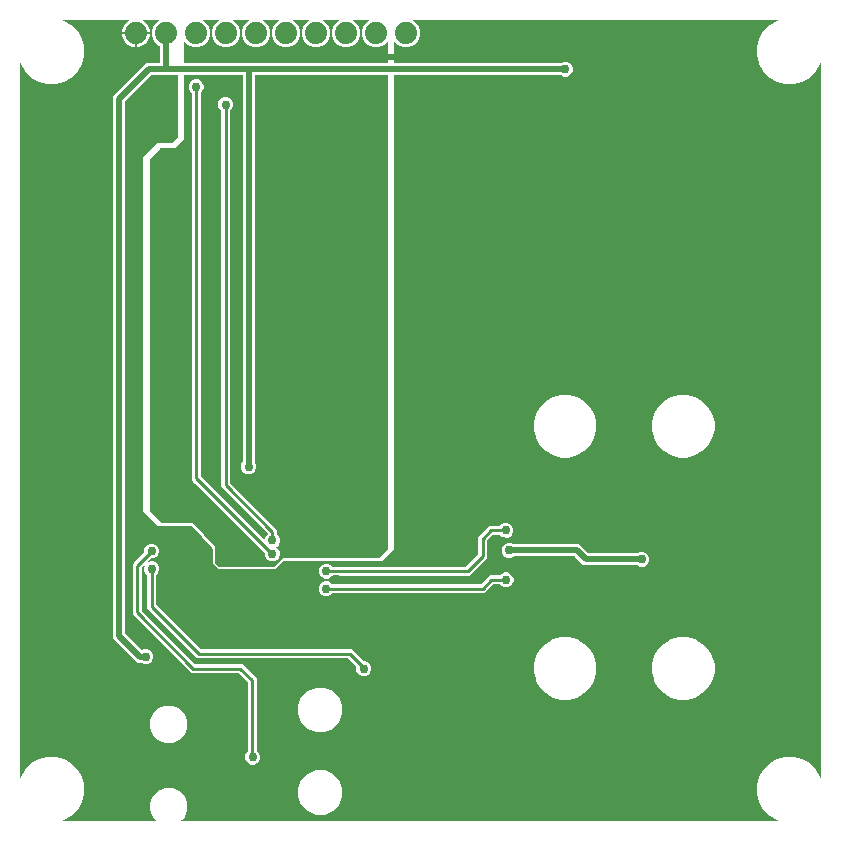
<source format=gbr>
G04 EAGLE Gerber RS-274X export*
G75*
%MOMM*%
%FSLAX34Y34*%
%LPD*%
%INBottom Copper*%
%IPPOS*%
%AMOC8*
5,1,8,0,0,1.08239X$1,22.5*%
G01*
%ADD10C,1.879600*%
%ADD11C,0.756400*%
%ADD12C,0.508000*%
%ADD13C,0.254000*%

G36*
X126037Y10929D02*
X126037Y10929D01*
X126062Y10926D01*
X126120Y10948D01*
X126180Y10962D01*
X126200Y10979D01*
X126224Y10988D01*
X126266Y11033D01*
X126314Y11072D01*
X126325Y11096D01*
X126342Y11115D01*
X126360Y11174D01*
X126385Y11231D01*
X126384Y11256D01*
X126391Y11281D01*
X126381Y11342D01*
X126378Y11404D01*
X126366Y11426D01*
X126362Y11452D01*
X126313Y11523D01*
X126296Y11556D01*
X126287Y11562D01*
X126281Y11572D01*
X123723Y14129D01*
X121339Y19885D01*
X121339Y26115D01*
X123723Y31871D01*
X128129Y36277D01*
X133885Y38661D01*
X140115Y38661D01*
X145871Y36277D01*
X150277Y31871D01*
X152661Y26115D01*
X152661Y19885D01*
X150277Y14129D01*
X147719Y11572D01*
X147706Y11550D01*
X147686Y11534D01*
X147661Y11477D01*
X147628Y11425D01*
X147626Y11399D01*
X147615Y11375D01*
X147617Y11314D01*
X147611Y11252D01*
X147621Y11228D01*
X147622Y11202D01*
X147651Y11148D01*
X147673Y11090D01*
X147692Y11073D01*
X147704Y11050D01*
X147755Y11015D01*
X147800Y10973D01*
X147825Y10965D01*
X147846Y10950D01*
X147931Y10934D01*
X147966Y10923D01*
X147976Y10925D01*
X147988Y10923D01*
X651927Y10923D01*
X651964Y10931D01*
X652001Y10930D01*
X652047Y10951D01*
X652095Y10962D01*
X652125Y10986D01*
X652159Y11002D01*
X652191Y11041D01*
X652229Y11072D01*
X652245Y11107D01*
X652268Y11136D01*
X652280Y11185D01*
X652300Y11231D01*
X652298Y11268D01*
X652307Y11305D01*
X652295Y11354D01*
X652293Y11404D01*
X652275Y11437D01*
X652266Y11474D01*
X652234Y11512D01*
X652211Y11556D01*
X652180Y11578D01*
X652155Y11607D01*
X652100Y11634D01*
X652069Y11656D01*
X652046Y11660D01*
X652025Y11670D01*
X651823Y11724D01*
X645516Y15366D01*
X640366Y20516D01*
X636724Y26823D01*
X635558Y31177D01*
X634839Y33858D01*
X634839Y41142D01*
X636724Y48177D01*
X640366Y54484D01*
X645516Y59634D01*
X651823Y63276D01*
X658858Y65161D01*
X666142Y65161D01*
X673177Y63276D01*
X679484Y59634D01*
X684634Y54484D01*
X688276Y48177D01*
X688330Y47975D01*
X688348Y47942D01*
X688356Y47905D01*
X688388Y47866D01*
X688411Y47822D01*
X688442Y47800D01*
X688466Y47771D01*
X688512Y47751D01*
X688553Y47722D01*
X688590Y47716D01*
X688625Y47700D01*
X688674Y47702D01*
X688724Y47694D01*
X688760Y47705D01*
X688798Y47707D01*
X688842Y47730D01*
X688889Y47745D01*
X688917Y47771D01*
X688950Y47789D01*
X688979Y47830D01*
X689015Y47865D01*
X689028Y47900D01*
X689050Y47931D01*
X689061Y47992D01*
X689074Y48027D01*
X689073Y48050D01*
X689077Y48073D01*
X689077Y651927D01*
X689069Y651964D01*
X689070Y652001D01*
X689049Y652047D01*
X689038Y652095D01*
X689014Y652125D01*
X688998Y652159D01*
X688959Y652191D01*
X688928Y652229D01*
X688893Y652245D01*
X688864Y652268D01*
X688815Y652280D01*
X688769Y652300D01*
X688732Y652298D01*
X688695Y652307D01*
X688646Y652295D01*
X688596Y652293D01*
X688563Y652275D01*
X688526Y652266D01*
X688488Y652234D01*
X688444Y652211D01*
X688422Y652180D01*
X688393Y652155D01*
X688366Y652100D01*
X688344Y652069D01*
X688340Y652046D01*
X688330Y652025D01*
X688276Y651823D01*
X684634Y645516D01*
X679484Y640366D01*
X673177Y636724D01*
X666142Y634839D01*
X658858Y634839D01*
X651823Y636724D01*
X645516Y640366D01*
X640366Y645516D01*
X636724Y651823D01*
X635319Y657068D01*
X634839Y658858D01*
X634839Y666142D01*
X636724Y673177D01*
X640366Y679484D01*
X645516Y684634D01*
X651823Y688276D01*
X652025Y688330D01*
X652058Y688348D01*
X652095Y688356D01*
X652134Y688388D01*
X652178Y688411D01*
X652200Y688442D01*
X652229Y688466D01*
X652249Y688512D01*
X652278Y688553D01*
X652284Y688590D01*
X652300Y688625D01*
X652298Y688674D01*
X652306Y688724D01*
X652295Y688760D01*
X652293Y688798D01*
X652270Y688842D01*
X652255Y688889D01*
X652229Y688917D01*
X652211Y688950D01*
X652170Y688979D01*
X652135Y689015D01*
X652100Y689028D01*
X652069Y689050D01*
X652008Y689061D01*
X651973Y689074D01*
X651950Y689073D01*
X651927Y689077D01*
X343866Y689077D01*
X343854Y689074D01*
X343841Y689076D01*
X343770Y689055D01*
X343697Y689038D01*
X343687Y689030D01*
X343675Y689026D01*
X343621Y688975D01*
X343564Y688928D01*
X343558Y688916D01*
X343549Y688907D01*
X343523Y688837D01*
X343493Y688769D01*
X343493Y688757D01*
X343489Y688744D01*
X343497Y688670D01*
X343499Y688596D01*
X343506Y688585D01*
X343507Y688572D01*
X343547Y688509D01*
X343582Y688444D01*
X343593Y688437D01*
X343600Y688426D01*
X343721Y688346D01*
X344263Y688121D01*
X347621Y684763D01*
X349439Y680375D01*
X349439Y675625D01*
X347621Y671237D01*
X344263Y667879D01*
X339875Y666061D01*
X335125Y666061D01*
X330737Y667879D01*
X328269Y670347D01*
X328247Y670361D01*
X328231Y670381D01*
X328174Y670406D01*
X328122Y670439D01*
X328096Y670441D01*
X328072Y670452D01*
X328011Y670449D01*
X327949Y670455D01*
X327925Y670446D01*
X327899Y670445D01*
X327845Y670415D01*
X327787Y670394D01*
X327770Y670375D01*
X327747Y670362D01*
X327712Y670312D01*
X327670Y670266D01*
X327662Y670242D01*
X327647Y670221D01*
X327631Y670136D01*
X327620Y670100D01*
X327622Y670090D01*
X327620Y670078D01*
X327620Y652961D01*
X327631Y652911D01*
X327633Y652860D01*
X327651Y652828D01*
X327659Y652792D01*
X327692Y652753D01*
X327716Y652708D01*
X327746Y652687D01*
X327769Y652659D01*
X327816Y652638D01*
X327858Y652608D01*
X327900Y652600D01*
X327928Y652588D01*
X327958Y652589D01*
X328000Y652581D01*
X468482Y652581D01*
X468556Y652598D01*
X468630Y652611D01*
X468640Y652618D01*
X468650Y652620D01*
X468679Y652644D01*
X468750Y652692D01*
X468918Y652860D01*
X471242Y653823D01*
X473758Y653823D01*
X476082Y652860D01*
X477860Y651082D01*
X478823Y648758D01*
X478823Y646242D01*
X477860Y643918D01*
X476082Y642140D01*
X473758Y641177D01*
X471242Y641177D01*
X468918Y642140D01*
X468750Y642308D01*
X468686Y642348D01*
X468624Y642392D01*
X468612Y642394D01*
X468603Y642399D01*
X468566Y642403D01*
X468482Y642419D01*
X328000Y642419D01*
X327950Y642408D01*
X327899Y642406D01*
X327867Y642388D01*
X327831Y642380D01*
X327792Y642347D01*
X327747Y642323D01*
X327726Y642293D01*
X327698Y642270D01*
X327677Y642223D01*
X327647Y642181D01*
X327639Y642139D01*
X327627Y642111D01*
X327628Y642081D01*
X327620Y642039D01*
X327620Y241158D01*
X317843Y231380D01*
X234000Y231380D01*
X233926Y231363D01*
X233851Y231350D01*
X233841Y231343D01*
X233831Y231341D01*
X233802Y231317D01*
X233731Y231269D01*
X226843Y224380D01*
X179158Y224380D01*
X173880Y229658D01*
X173880Y241391D01*
X173867Y241448D01*
X173867Y241455D01*
X173865Y241458D01*
X173857Y241522D01*
X173845Y241542D01*
X173841Y241560D01*
X173816Y241590D01*
X173782Y241646D01*
X156545Y260755D01*
X156473Y260804D01*
X156405Y260853D01*
X156403Y260853D01*
X156402Y260854D01*
X156392Y260855D01*
X156262Y260880D01*
X127658Y260880D01*
X115380Y273158D01*
X115380Y572891D01*
X127140Y584620D01*
X139000Y584620D01*
X139074Y584637D01*
X139149Y584650D01*
X139159Y584657D01*
X139169Y584659D01*
X139198Y584683D01*
X139269Y584731D01*
X144269Y589731D01*
X144309Y589796D01*
X144353Y589858D01*
X144355Y589870D01*
X144360Y589878D01*
X144364Y589915D01*
X144380Y590000D01*
X144380Y642039D01*
X144369Y642089D01*
X144367Y642140D01*
X144349Y642172D01*
X144341Y642208D01*
X144308Y642247D01*
X144284Y642292D01*
X144254Y642313D01*
X144231Y642341D01*
X144184Y642362D01*
X144142Y642392D01*
X144100Y642400D01*
X144072Y642412D01*
X144042Y642411D01*
X144000Y642419D01*
X122262Y642419D01*
X122188Y642402D01*
X122113Y642389D01*
X122103Y642382D01*
X122093Y642380D01*
X122064Y642356D01*
X121993Y642308D01*
X100192Y620507D01*
X100152Y620442D01*
X100108Y620380D01*
X100106Y620368D01*
X100101Y620360D01*
X100097Y620323D01*
X100081Y620238D01*
X100081Y169762D01*
X100098Y169688D01*
X100111Y169613D01*
X100118Y169603D01*
X100120Y169593D01*
X100144Y169564D01*
X100192Y169493D01*
X114026Y155659D01*
X114080Y155625D01*
X114130Y155585D01*
X114153Y155580D01*
X114174Y155568D01*
X114237Y155561D01*
X114299Y155548D01*
X114325Y155553D01*
X114346Y155551D01*
X114381Y155564D01*
X114441Y155576D01*
X116242Y156323D01*
X118758Y156323D01*
X121082Y155360D01*
X122860Y153582D01*
X123823Y151258D01*
X123823Y148742D01*
X122860Y146418D01*
X121082Y144640D01*
X118758Y143677D01*
X116242Y143677D01*
X113918Y144640D01*
X113750Y144808D01*
X113686Y144848D01*
X113624Y144892D01*
X113612Y144894D01*
X113603Y144899D01*
X113566Y144903D01*
X113482Y144919D01*
X110395Y144919D01*
X89919Y165395D01*
X89919Y624605D01*
X117895Y652581D01*
X128839Y652581D01*
X128889Y652592D01*
X128940Y652594D01*
X128972Y652612D01*
X129008Y652620D01*
X129047Y652653D01*
X129092Y652677D01*
X129113Y652707D01*
X129141Y652730D01*
X129162Y652777D01*
X129192Y652819D01*
X129200Y652861D01*
X129212Y652889D01*
X129211Y652919D01*
X129219Y652961D01*
X129219Y666928D01*
X129205Y666990D01*
X129198Y667053D01*
X129185Y667073D01*
X129180Y667097D01*
X129139Y667146D01*
X129105Y667199D01*
X129083Y667214D01*
X129070Y667230D01*
X129035Y667246D01*
X128985Y667279D01*
X127537Y667879D01*
X124179Y671237D01*
X122361Y675625D01*
X122361Y680375D01*
X124179Y684763D01*
X127537Y688121D01*
X128079Y688346D01*
X128090Y688353D01*
X128103Y688356D01*
X128160Y688404D01*
X128220Y688447D01*
X128226Y688458D01*
X128236Y688466D01*
X128267Y688534D01*
X128301Y688600D01*
X128302Y688613D01*
X128307Y688625D01*
X128304Y688699D01*
X128306Y688773D01*
X128301Y688785D01*
X128301Y688798D01*
X128265Y688863D01*
X128234Y688930D01*
X128224Y688939D01*
X128218Y688950D01*
X128157Y688993D01*
X128099Y689039D01*
X128087Y689042D01*
X128076Y689050D01*
X127934Y689077D01*
X115041Y689077D01*
X114958Y689058D01*
X114876Y689040D01*
X114874Y689038D01*
X114872Y689038D01*
X114806Y688983D01*
X114741Y688931D01*
X114740Y688929D01*
X114738Y688928D01*
X114704Y688850D01*
X114668Y688774D01*
X114668Y688771D01*
X114667Y688769D01*
X114671Y688685D01*
X114673Y688601D01*
X114674Y688599D01*
X114674Y688596D01*
X114714Y688522D01*
X114754Y688447D01*
X114756Y688446D01*
X114757Y688444D01*
X114770Y688435D01*
X114868Y688358D01*
X115157Y688211D01*
X116678Y687106D01*
X118006Y685778D01*
X119111Y684257D01*
X119964Y682583D01*
X120545Y680796D01*
X120839Y678940D01*
X120839Y678761D01*
X109281Y678761D01*
X109231Y678750D01*
X109180Y678748D01*
X109148Y678730D01*
X109112Y678722D01*
X109073Y678689D01*
X109028Y678665D01*
X109007Y678635D01*
X108979Y678612D01*
X108958Y678565D01*
X108929Y678523D01*
X108920Y678481D01*
X108908Y678453D01*
X108909Y678423D01*
X108901Y678381D01*
X108901Y677999D01*
X108899Y677999D01*
X108899Y678381D01*
X108887Y678431D01*
X108886Y678482D01*
X108868Y678514D01*
X108860Y678550D01*
X108827Y678589D01*
X108803Y678634D01*
X108773Y678655D01*
X108749Y678683D01*
X108703Y678704D01*
X108661Y678734D01*
X108619Y678742D01*
X108591Y678754D01*
X108561Y678753D01*
X108519Y678761D01*
X96961Y678761D01*
X96961Y678940D01*
X97255Y680796D01*
X97836Y682583D01*
X98689Y684257D01*
X99794Y685778D01*
X101122Y687106D01*
X102643Y688211D01*
X102932Y688358D01*
X102995Y688411D01*
X103062Y688466D01*
X103063Y688469D01*
X103064Y688470D01*
X103098Y688547D01*
X103133Y688625D01*
X103132Y688627D01*
X103133Y688629D01*
X103129Y688712D01*
X103126Y688798D01*
X103125Y688800D01*
X103125Y688802D01*
X103083Y688876D01*
X103043Y688950D01*
X103041Y688951D01*
X103040Y688953D01*
X102969Y689002D01*
X102902Y689050D01*
X102899Y689050D01*
X102897Y689051D01*
X102881Y689054D01*
X102759Y689077D01*
X48073Y689077D01*
X48036Y689069D01*
X47999Y689070D01*
X47953Y689049D01*
X47905Y689038D01*
X47875Y689014D01*
X47841Y688998D01*
X47809Y688959D01*
X47771Y688928D01*
X47755Y688893D01*
X47732Y688864D01*
X47720Y688815D01*
X47700Y688769D01*
X47702Y688732D01*
X47693Y688695D01*
X47705Y688646D01*
X47707Y688596D01*
X47725Y688563D01*
X47734Y688526D01*
X47766Y688488D01*
X47789Y688444D01*
X47820Y688422D01*
X47845Y688393D01*
X47900Y688366D01*
X47931Y688344D01*
X47954Y688340D01*
X47975Y688330D01*
X48177Y688276D01*
X54484Y684634D01*
X59634Y679484D01*
X63276Y673177D01*
X64182Y669795D01*
X64691Y667894D01*
X65161Y666142D01*
X65161Y658858D01*
X63276Y651823D01*
X59634Y645516D01*
X54484Y640366D01*
X48177Y636724D01*
X41142Y634839D01*
X33858Y634839D01*
X26823Y636724D01*
X20516Y640366D01*
X15366Y645516D01*
X11724Y651823D01*
X11670Y652025D01*
X11652Y652058D01*
X11644Y652095D01*
X11612Y652134D01*
X11589Y652178D01*
X11558Y652200D01*
X11534Y652229D01*
X11488Y652249D01*
X11447Y652278D01*
X11410Y652284D01*
X11375Y652300D01*
X11326Y652298D01*
X11276Y652306D01*
X11240Y652295D01*
X11202Y652293D01*
X11158Y652270D01*
X11111Y652255D01*
X11083Y652229D01*
X11050Y652211D01*
X11021Y652170D01*
X10985Y652135D01*
X10972Y652100D01*
X10950Y652069D01*
X10939Y652008D01*
X10926Y651973D01*
X10927Y651950D01*
X10923Y651927D01*
X10923Y48073D01*
X10931Y48036D01*
X10930Y47999D01*
X10951Y47953D01*
X10962Y47905D01*
X10986Y47875D01*
X11002Y47841D01*
X11041Y47809D01*
X11072Y47771D01*
X11107Y47755D01*
X11136Y47732D01*
X11185Y47720D01*
X11231Y47700D01*
X11268Y47702D01*
X11305Y47693D01*
X11354Y47705D01*
X11404Y47707D01*
X11437Y47725D01*
X11474Y47734D01*
X11512Y47766D01*
X11556Y47789D01*
X11578Y47820D01*
X11607Y47845D01*
X11634Y47900D01*
X11656Y47931D01*
X11660Y47954D01*
X11670Y47975D01*
X11724Y48177D01*
X15366Y54484D01*
X20516Y59634D01*
X26823Y63276D01*
X33858Y65161D01*
X41142Y65161D01*
X48177Y63276D01*
X54484Y59634D01*
X59634Y54484D01*
X63276Y48177D01*
X64930Y42003D01*
X64930Y42002D01*
X65161Y41142D01*
X65161Y33858D01*
X63276Y26823D01*
X59634Y20516D01*
X54484Y15366D01*
X48177Y11724D01*
X47975Y11670D01*
X47942Y11652D01*
X47905Y11644D01*
X47866Y11612D01*
X47822Y11589D01*
X47800Y11558D01*
X47771Y11534D01*
X47751Y11488D01*
X47722Y11447D01*
X47716Y11410D01*
X47700Y11375D01*
X47702Y11326D01*
X47694Y11276D01*
X47705Y11240D01*
X47707Y11202D01*
X47730Y11158D01*
X47745Y11111D01*
X47771Y11083D01*
X47789Y11050D01*
X47830Y11021D01*
X47865Y10985D01*
X47900Y10972D01*
X47931Y10950D01*
X47992Y10939D01*
X48027Y10926D01*
X48050Y10927D01*
X48073Y10923D01*
X126012Y10923D01*
X126037Y10929D01*
G37*
G36*
X226074Y225637D02*
X226074Y225637D01*
X226149Y225650D01*
X226159Y225657D01*
X226169Y225659D01*
X226198Y225683D01*
X226269Y225731D01*
X234158Y233620D01*
X315000Y233620D01*
X315081Y233639D01*
X315163Y233656D01*
X315166Y233659D01*
X315169Y233659D01*
X315186Y233673D01*
X315279Y233742D01*
X322279Y241325D01*
X322296Y241354D01*
X322302Y241360D01*
X322315Y241387D01*
X322353Y241441D01*
X322357Y241462D01*
X322365Y241476D01*
X322366Y241502D01*
X322373Y241518D01*
X322372Y241543D01*
X322380Y241583D01*
X322380Y642039D01*
X322369Y642089D01*
X322367Y642140D01*
X322349Y642172D01*
X322341Y642208D01*
X322308Y642247D01*
X322284Y642292D01*
X322254Y642313D01*
X322231Y642341D01*
X322184Y642362D01*
X322142Y642392D01*
X322100Y642400D01*
X322072Y642412D01*
X322042Y642411D01*
X322000Y642419D01*
X209961Y642419D01*
X209911Y642408D01*
X209860Y642406D01*
X209828Y642388D01*
X209792Y642380D01*
X209753Y642347D01*
X209708Y642323D01*
X209687Y642293D01*
X209659Y642270D01*
X209638Y642223D01*
X209608Y642181D01*
X209600Y642139D01*
X209588Y642111D01*
X209589Y642081D01*
X209581Y642039D01*
X209581Y315018D01*
X209598Y314944D01*
X209611Y314870D01*
X209618Y314860D01*
X209620Y314850D01*
X209644Y314821D01*
X209692Y314750D01*
X209860Y314582D01*
X210823Y312258D01*
X210823Y309742D01*
X209860Y307418D01*
X208082Y305640D01*
X205758Y304677D01*
X203242Y304677D01*
X200918Y305640D01*
X199140Y307418D01*
X198177Y309742D01*
X198177Y312258D01*
X199140Y314582D01*
X199308Y314750D01*
X199348Y314814D01*
X199392Y314876D01*
X199394Y314888D01*
X199399Y314897D01*
X199403Y314934D01*
X199419Y315018D01*
X199419Y642039D01*
X199408Y642089D01*
X199406Y642140D01*
X199388Y642172D01*
X199380Y642208D01*
X199347Y642247D01*
X199323Y642292D01*
X199293Y642313D01*
X199270Y642341D01*
X199223Y642362D01*
X199181Y642392D01*
X199139Y642400D01*
X199111Y642412D01*
X199081Y642411D01*
X199039Y642419D01*
X150000Y642419D01*
X149950Y642408D01*
X149899Y642406D01*
X149867Y642388D01*
X149831Y642380D01*
X149792Y642347D01*
X149747Y642323D01*
X149726Y642293D01*
X149698Y642270D01*
X149677Y642223D01*
X149647Y642181D01*
X149639Y642139D01*
X149627Y642111D01*
X149628Y642081D01*
X149620Y642039D01*
X149620Y588158D01*
X141843Y580380D01*
X130000Y580380D01*
X129917Y580361D01*
X129833Y580342D01*
X129832Y580341D01*
X129831Y580341D01*
X129825Y580335D01*
X129717Y580254D01*
X120717Y570254D01*
X120685Y570196D01*
X120647Y570142D01*
X120643Y570119D01*
X120634Y570103D01*
X120632Y570064D01*
X120620Y570000D01*
X120620Y273500D01*
X120633Y273444D01*
X120633Y273431D01*
X120638Y273423D01*
X120650Y273351D01*
X120657Y273341D01*
X120659Y273331D01*
X120683Y273302D01*
X120731Y273231D01*
X130731Y263231D01*
X130796Y263191D01*
X130858Y263147D01*
X130870Y263145D01*
X130878Y263140D01*
X130915Y263136D01*
X131000Y263120D01*
X157086Y263120D01*
X176120Y242814D01*
X176120Y229500D01*
X176137Y229426D01*
X176150Y229351D01*
X176157Y229341D01*
X176159Y229331D01*
X176183Y229302D01*
X176231Y229231D01*
X179731Y225731D01*
X179796Y225691D01*
X179858Y225647D01*
X179870Y225645D01*
X179878Y225640D01*
X179915Y225636D01*
X180000Y225620D01*
X226000Y225620D01*
X226074Y225637D01*
G37*
%LPC*%
G36*
X223242Y230677D02*
X223242Y230677D01*
X220918Y231640D01*
X219140Y233418D01*
X218177Y235742D01*
X218177Y237747D01*
X218160Y237822D01*
X218146Y237897D01*
X218140Y237907D01*
X218138Y237916D01*
X218115Y237944D01*
X218065Y238017D01*
X158541Y297079D01*
X158517Y297094D01*
X157310Y298301D01*
X157309Y298302D01*
X156189Y299413D01*
X156189Y300992D01*
X156189Y300993D01*
X156183Y302692D01*
X156189Y302726D01*
X156189Y627212D01*
X156172Y627286D01*
X156159Y627360D01*
X156152Y627370D01*
X156150Y627380D01*
X156126Y627409D01*
X156078Y627480D01*
X154640Y628918D01*
X153677Y631242D01*
X153677Y633758D01*
X154640Y636082D01*
X156418Y637860D01*
X158742Y638823D01*
X161258Y638823D01*
X163582Y637860D01*
X165360Y636082D01*
X166323Y633758D01*
X166323Y631242D01*
X165360Y628918D01*
X163922Y627480D01*
X163882Y627416D01*
X163838Y627354D01*
X163836Y627342D01*
X163831Y627333D01*
X163827Y627296D01*
X163811Y627212D01*
X163811Y302746D01*
X163828Y302671D01*
X163842Y302595D01*
X163848Y302586D01*
X163850Y302577D01*
X163873Y302549D01*
X163923Y302476D01*
X217529Y249285D01*
X217551Y249272D01*
X217566Y249253D01*
X217624Y249227D01*
X217677Y249194D01*
X217702Y249192D01*
X217725Y249182D01*
X217787Y249184D01*
X217849Y249178D01*
X217873Y249187D01*
X217898Y249188D01*
X217953Y249218D01*
X218011Y249241D01*
X218028Y249259D01*
X218050Y249271D01*
X218086Y249322D01*
X218128Y249368D01*
X218135Y249392D01*
X218150Y249413D01*
X218165Y249491D01*
X218170Y249503D01*
X218170Y249511D01*
X218177Y249535D01*
X218175Y249544D01*
X218177Y249555D01*
X218177Y249758D01*
X219140Y252082D01*
X220578Y253520D01*
X220618Y253584D01*
X220662Y253646D01*
X220664Y253658D01*
X220669Y253667D01*
X220673Y253704D01*
X220689Y253788D01*
X220689Y254264D01*
X220672Y254338D01*
X220659Y254413D01*
X220652Y254423D01*
X220650Y254433D01*
X220626Y254462D01*
X220578Y254533D01*
X181189Y293922D01*
X181189Y612212D01*
X181172Y612286D01*
X181159Y612360D01*
X181152Y612370D01*
X181150Y612380D01*
X181126Y612409D01*
X181078Y612480D01*
X179640Y613918D01*
X178677Y616242D01*
X178677Y618758D01*
X179640Y621082D01*
X181418Y622860D01*
X183742Y623823D01*
X186258Y623823D01*
X188582Y622860D01*
X190360Y621082D01*
X191323Y618758D01*
X191323Y616242D01*
X190360Y613918D01*
X188922Y612480D01*
X188882Y612416D01*
X188838Y612354D01*
X188836Y612342D01*
X188831Y612333D01*
X188827Y612296D01*
X188811Y612212D01*
X188811Y297236D01*
X188828Y297162D01*
X188841Y297087D01*
X188848Y297077D01*
X188850Y297067D01*
X188874Y297038D01*
X188922Y296967D01*
X228311Y257578D01*
X228311Y253788D01*
X228328Y253714D01*
X228341Y253640D01*
X228348Y253630D01*
X228350Y253620D01*
X228374Y253591D01*
X228422Y253520D01*
X229860Y252082D01*
X230823Y249758D01*
X230823Y247242D01*
X229860Y244918D01*
X228082Y243140D01*
X227989Y243101D01*
X227968Y243086D01*
X227943Y243079D01*
X227898Y243036D01*
X227848Y243000D01*
X227836Y242978D01*
X227817Y242960D01*
X227795Y242902D01*
X227766Y242847D01*
X227766Y242822D01*
X227757Y242797D01*
X227763Y242736D01*
X227761Y242674D01*
X227772Y242651D01*
X227775Y242625D01*
X227808Y242573D01*
X227834Y242517D01*
X227854Y242501D01*
X227868Y242479D01*
X227940Y242431D01*
X227968Y242408D01*
X227978Y242406D01*
X227988Y242399D01*
X228082Y242360D01*
X229860Y240582D01*
X230823Y238258D01*
X230823Y235742D01*
X229860Y233418D01*
X228082Y231640D01*
X225758Y230677D01*
X223242Y230677D01*
G37*
%LPD*%
%LPC*%
G36*
X206742Y58677D02*
X206742Y58677D01*
X204418Y59640D01*
X202640Y61418D01*
X201677Y63742D01*
X201677Y66258D01*
X202640Y68582D01*
X203578Y69520D01*
X203618Y69584D01*
X203662Y69646D01*
X203664Y69658D01*
X203669Y69667D01*
X203673Y69704D01*
X203689Y69788D01*
X203689Y128264D01*
X203672Y128338D01*
X203659Y128413D01*
X203652Y128423D01*
X203650Y128433D01*
X203626Y128462D01*
X203578Y128533D01*
X196033Y136078D01*
X195968Y136118D01*
X195906Y136162D01*
X195894Y136164D01*
X195886Y136169D01*
X195849Y136173D01*
X195764Y136189D01*
X155922Y136189D01*
X106189Y185922D01*
X106189Y226459D01*
X106188Y226463D01*
X106189Y226467D01*
X106158Y228041D01*
X106162Y228046D01*
X106163Y228052D01*
X107277Y229166D01*
X107279Y229169D01*
X107282Y229171D01*
X116071Y238312D01*
X116108Y238374D01*
X116150Y238433D01*
X116153Y238450D01*
X116160Y238461D01*
X116163Y238500D01*
X116177Y238576D01*
X116177Y240758D01*
X117140Y243082D01*
X118918Y244860D01*
X121242Y245823D01*
X123758Y245823D01*
X126082Y244860D01*
X127860Y243082D01*
X128823Y240758D01*
X128823Y238242D01*
X127860Y235918D01*
X126082Y234140D01*
X123758Y233177D01*
X121869Y233177D01*
X121791Y233159D01*
X121713Y233144D01*
X121707Y233139D01*
X121700Y233138D01*
X121675Y233117D01*
X121595Y233061D01*
X119512Y230895D01*
X119508Y230887D01*
X119500Y230882D01*
X119464Y230813D01*
X119424Y230746D01*
X119423Y230737D01*
X119419Y230729D01*
X119417Y230651D01*
X119411Y230573D01*
X119414Y230564D01*
X119414Y230555D01*
X119446Y230485D01*
X119475Y230412D01*
X119482Y230406D01*
X119486Y230398D01*
X119547Y230349D01*
X119605Y230297D01*
X119614Y230295D01*
X119621Y230289D01*
X119697Y230272D01*
X119772Y230251D01*
X119781Y230253D01*
X119790Y230251D01*
X119932Y230280D01*
X121242Y230823D01*
X123758Y230823D01*
X126082Y229860D01*
X127860Y228082D01*
X128823Y225758D01*
X128823Y223242D01*
X127860Y220918D01*
X126422Y219480D01*
X126382Y219416D01*
X126338Y219354D01*
X126336Y219342D01*
X126331Y219333D01*
X126327Y219296D01*
X126311Y219212D01*
X126311Y194236D01*
X126328Y194162D01*
X126341Y194087D01*
X126348Y194077D01*
X126350Y194067D01*
X126374Y194038D01*
X126422Y193967D01*
X163967Y156422D01*
X164032Y156382D01*
X164094Y156338D01*
X164106Y156336D01*
X164114Y156331D01*
X164151Y156327D01*
X164236Y156311D01*
X291578Y156311D01*
X301455Y146434D01*
X301520Y146394D01*
X301582Y146350D01*
X301594Y146348D01*
X301602Y146343D01*
X301639Y146339D01*
X301724Y146323D01*
X303258Y146323D01*
X305582Y145360D01*
X307360Y143582D01*
X308323Y141258D01*
X308323Y138742D01*
X307360Y136418D01*
X305582Y134640D01*
X303258Y133677D01*
X300742Y133677D01*
X298418Y134640D01*
X296640Y136418D01*
X295677Y138742D01*
X295677Y141276D01*
X295660Y141350D01*
X295647Y141425D01*
X295640Y141435D01*
X295638Y141445D01*
X295614Y141474D01*
X295566Y141545D01*
X288533Y148578D01*
X288468Y148618D01*
X288406Y148662D01*
X288394Y148664D01*
X288386Y148669D01*
X288349Y148673D01*
X288264Y148689D01*
X160922Y148689D01*
X118689Y190922D01*
X118689Y219212D01*
X118672Y219286D01*
X118659Y219360D01*
X118652Y219370D01*
X118650Y219380D01*
X118626Y219409D01*
X118578Y219480D01*
X117140Y220918D01*
X116177Y223242D01*
X116177Y225758D01*
X116621Y226828D01*
X116623Y226844D01*
X116632Y226859D01*
X116637Y226929D01*
X116649Y226999D01*
X116644Y227015D01*
X116645Y227032D01*
X116619Y227097D01*
X116598Y227165D01*
X116587Y227177D01*
X116580Y227192D01*
X116527Y227239D01*
X116479Y227291D01*
X116463Y227296D01*
X116451Y227308D01*
X116383Y227326D01*
X116317Y227351D01*
X116300Y227349D01*
X116284Y227353D01*
X116214Y227340D01*
X116144Y227333D01*
X116130Y227324D01*
X116114Y227320D01*
X116010Y227248D01*
X115998Y227240D01*
X115997Y227238D01*
X115995Y227237D01*
X113917Y225076D01*
X113880Y225013D01*
X113838Y224954D01*
X113835Y224938D01*
X113828Y224927D01*
X113825Y224888D01*
X113811Y224812D01*
X113811Y189236D01*
X113823Y189182D01*
X113824Y189159D01*
X113830Y189148D01*
X113841Y189087D01*
X113848Y189077D01*
X113850Y189067D01*
X113874Y189038D01*
X113922Y188967D01*
X158967Y143922D01*
X159032Y143882D01*
X159094Y143838D01*
X159106Y143836D01*
X159114Y143831D01*
X159151Y143827D01*
X159236Y143811D01*
X199078Y143811D01*
X211311Y131578D01*
X211311Y70726D01*
X211325Y70665D01*
X211332Y70601D01*
X211345Y70581D01*
X211350Y70558D01*
X211391Y70509D01*
X211425Y70455D01*
X211447Y70440D01*
X211460Y70424D01*
X211495Y70409D01*
X211546Y70375D01*
X211582Y70360D01*
X213360Y68582D01*
X214323Y66258D01*
X214323Y63742D01*
X213360Y61418D01*
X211582Y59640D01*
X209258Y58677D01*
X206742Y58677D01*
G37*
%LPD*%
G36*
X322050Y652592D02*
X322050Y652592D01*
X322101Y652594D01*
X322133Y652612D01*
X322169Y652620D01*
X322208Y652653D01*
X322253Y652677D01*
X322274Y652707D01*
X322302Y652730D01*
X322323Y652777D01*
X322353Y652819D01*
X322361Y652861D01*
X322373Y652889D01*
X322372Y652919D01*
X322380Y652961D01*
X322380Y670478D01*
X322374Y670503D01*
X322377Y670529D01*
X322355Y670587D01*
X322341Y670647D01*
X322324Y670667D01*
X322315Y670691D01*
X322270Y670733D01*
X322231Y670781D01*
X322207Y670791D01*
X322188Y670809D01*
X322129Y670826D01*
X322072Y670852D01*
X322047Y670851D01*
X322022Y670858D01*
X321961Y670847D01*
X321899Y670845D01*
X321877Y670833D01*
X321851Y670828D01*
X321780Y670780D01*
X321747Y670762D01*
X321741Y670754D01*
X321731Y670747D01*
X318863Y667879D01*
X314475Y666061D01*
X309725Y666061D01*
X305337Y667879D01*
X301979Y671237D01*
X300161Y675625D01*
X300161Y680375D01*
X301979Y684763D01*
X305337Y688121D01*
X305879Y688346D01*
X305890Y688353D01*
X305903Y688356D01*
X305960Y688404D01*
X306020Y688447D01*
X306026Y688458D01*
X306036Y688466D01*
X306067Y688534D01*
X306101Y688600D01*
X306102Y688613D01*
X306107Y688625D01*
X306104Y688699D01*
X306106Y688773D01*
X306101Y688785D01*
X306101Y688798D01*
X306065Y688863D01*
X306034Y688930D01*
X306024Y688939D01*
X306018Y688950D01*
X305957Y688993D01*
X305899Y689039D01*
X305887Y689042D01*
X305876Y689050D01*
X305734Y689077D01*
X293066Y689077D01*
X293054Y689074D01*
X293041Y689076D01*
X292970Y689055D01*
X292897Y689038D01*
X292887Y689030D01*
X292875Y689026D01*
X292821Y688975D01*
X292764Y688928D01*
X292758Y688916D01*
X292749Y688907D01*
X292723Y688837D01*
X292693Y688769D01*
X292693Y688757D01*
X292689Y688744D01*
X292697Y688670D01*
X292699Y688596D01*
X292706Y688585D01*
X292707Y688572D01*
X292747Y688509D01*
X292782Y688444D01*
X292793Y688437D01*
X292800Y688426D01*
X292921Y688346D01*
X293463Y688121D01*
X296821Y684763D01*
X298639Y680375D01*
X298639Y675625D01*
X296821Y671237D01*
X293463Y667879D01*
X289075Y666061D01*
X284325Y666061D01*
X279937Y667879D01*
X276579Y671237D01*
X274761Y675625D01*
X274761Y680375D01*
X276579Y684763D01*
X279937Y688121D01*
X280479Y688346D01*
X280490Y688353D01*
X280503Y688356D01*
X280560Y688404D01*
X280620Y688447D01*
X280626Y688458D01*
X280636Y688466D01*
X280667Y688534D01*
X280701Y688600D01*
X280702Y688613D01*
X280707Y688625D01*
X280704Y688699D01*
X280706Y688773D01*
X280701Y688785D01*
X280701Y688798D01*
X280665Y688863D01*
X280634Y688930D01*
X280624Y688939D01*
X280618Y688950D01*
X280557Y688993D01*
X280499Y689039D01*
X280487Y689042D01*
X280476Y689050D01*
X280334Y689077D01*
X267666Y689077D01*
X267654Y689074D01*
X267641Y689076D01*
X267570Y689055D01*
X267497Y689038D01*
X267487Y689030D01*
X267475Y689026D01*
X267421Y688975D01*
X267364Y688928D01*
X267358Y688916D01*
X267349Y688907D01*
X267323Y688837D01*
X267293Y688769D01*
X267293Y688757D01*
X267289Y688744D01*
X267297Y688670D01*
X267299Y688596D01*
X267306Y688585D01*
X267307Y688572D01*
X267347Y688509D01*
X267382Y688444D01*
X267393Y688437D01*
X267400Y688426D01*
X267521Y688346D01*
X268063Y688121D01*
X271421Y684763D01*
X273239Y680375D01*
X273239Y675625D01*
X271421Y671237D01*
X268063Y667879D01*
X263675Y666061D01*
X258925Y666061D01*
X254537Y667879D01*
X251179Y671237D01*
X249361Y675625D01*
X249361Y680375D01*
X251179Y684763D01*
X254537Y688121D01*
X255079Y688346D01*
X255090Y688353D01*
X255103Y688356D01*
X255160Y688404D01*
X255220Y688447D01*
X255226Y688458D01*
X255236Y688466D01*
X255267Y688534D01*
X255301Y688600D01*
X255302Y688613D01*
X255307Y688625D01*
X255304Y688699D01*
X255306Y688773D01*
X255301Y688785D01*
X255301Y688798D01*
X255265Y688863D01*
X255234Y688930D01*
X255224Y688939D01*
X255218Y688950D01*
X255157Y688993D01*
X255099Y689039D01*
X255087Y689042D01*
X255076Y689050D01*
X254934Y689077D01*
X242266Y689077D01*
X242254Y689074D01*
X242241Y689076D01*
X242170Y689055D01*
X242097Y689038D01*
X242087Y689030D01*
X242075Y689026D01*
X242021Y688975D01*
X241964Y688928D01*
X241958Y688916D01*
X241949Y688907D01*
X241923Y688837D01*
X241893Y688769D01*
X241893Y688757D01*
X241889Y688744D01*
X241897Y688670D01*
X241899Y688596D01*
X241906Y688585D01*
X241907Y688572D01*
X241947Y688509D01*
X241982Y688444D01*
X241993Y688437D01*
X242000Y688426D01*
X242121Y688346D01*
X242663Y688121D01*
X246021Y684763D01*
X247839Y680375D01*
X247839Y675625D01*
X246021Y671237D01*
X242663Y667879D01*
X238275Y666061D01*
X233525Y666061D01*
X229137Y667879D01*
X225779Y671237D01*
X223961Y675625D01*
X223961Y680375D01*
X225779Y684763D01*
X229137Y688121D01*
X229679Y688346D01*
X229690Y688353D01*
X229703Y688356D01*
X229760Y688404D01*
X229820Y688447D01*
X229826Y688458D01*
X229836Y688466D01*
X229867Y688534D01*
X229901Y688600D01*
X229902Y688613D01*
X229907Y688625D01*
X229904Y688699D01*
X229906Y688773D01*
X229901Y688785D01*
X229901Y688798D01*
X229865Y688863D01*
X229834Y688930D01*
X229824Y688939D01*
X229818Y688950D01*
X229757Y688993D01*
X229699Y689039D01*
X229687Y689042D01*
X229676Y689050D01*
X229534Y689077D01*
X216866Y689077D01*
X216854Y689074D01*
X216841Y689076D01*
X216770Y689055D01*
X216697Y689038D01*
X216687Y689030D01*
X216675Y689026D01*
X216621Y688975D01*
X216564Y688928D01*
X216558Y688916D01*
X216549Y688907D01*
X216523Y688837D01*
X216493Y688769D01*
X216493Y688757D01*
X216489Y688744D01*
X216497Y688670D01*
X216499Y688596D01*
X216506Y688585D01*
X216507Y688572D01*
X216547Y688509D01*
X216582Y688444D01*
X216593Y688437D01*
X216600Y688426D01*
X216721Y688346D01*
X217263Y688121D01*
X220621Y684763D01*
X222439Y680375D01*
X222439Y675625D01*
X220621Y671237D01*
X217263Y667879D01*
X212875Y666061D01*
X208125Y666061D01*
X203737Y667879D01*
X200379Y671237D01*
X198561Y675625D01*
X198561Y680375D01*
X200379Y684763D01*
X203737Y688121D01*
X204279Y688346D01*
X204290Y688353D01*
X204303Y688356D01*
X204360Y688404D01*
X204420Y688447D01*
X204426Y688458D01*
X204436Y688466D01*
X204467Y688534D01*
X204501Y688600D01*
X204502Y688613D01*
X204507Y688625D01*
X204504Y688699D01*
X204506Y688773D01*
X204501Y688785D01*
X204501Y688798D01*
X204465Y688863D01*
X204434Y688930D01*
X204424Y688939D01*
X204418Y688950D01*
X204357Y688993D01*
X204299Y689039D01*
X204287Y689042D01*
X204276Y689050D01*
X204134Y689077D01*
X191466Y689077D01*
X191454Y689074D01*
X191441Y689076D01*
X191370Y689055D01*
X191297Y689038D01*
X191287Y689030D01*
X191275Y689026D01*
X191221Y688975D01*
X191164Y688928D01*
X191158Y688916D01*
X191149Y688907D01*
X191123Y688837D01*
X191093Y688769D01*
X191093Y688757D01*
X191089Y688744D01*
X191097Y688670D01*
X191099Y688596D01*
X191106Y688585D01*
X191107Y688572D01*
X191147Y688509D01*
X191182Y688444D01*
X191193Y688437D01*
X191200Y688426D01*
X191321Y688346D01*
X191863Y688121D01*
X195221Y684763D01*
X197039Y680375D01*
X197039Y675625D01*
X195221Y671237D01*
X191863Y667879D01*
X187475Y666061D01*
X182725Y666061D01*
X178337Y667879D01*
X174979Y671237D01*
X173161Y675625D01*
X173161Y680375D01*
X174979Y684763D01*
X178337Y688121D01*
X178879Y688346D01*
X178890Y688353D01*
X178903Y688356D01*
X178960Y688404D01*
X179020Y688447D01*
X179026Y688458D01*
X179036Y688466D01*
X179067Y688534D01*
X179101Y688600D01*
X179102Y688613D01*
X179107Y688625D01*
X179104Y688699D01*
X179106Y688773D01*
X179101Y688785D01*
X179101Y688798D01*
X179065Y688863D01*
X179034Y688930D01*
X179024Y688939D01*
X179018Y688950D01*
X178957Y688993D01*
X178899Y689039D01*
X178887Y689042D01*
X178876Y689050D01*
X178734Y689077D01*
X166066Y689077D01*
X166054Y689074D01*
X166041Y689076D01*
X165970Y689055D01*
X165897Y689038D01*
X165887Y689030D01*
X165875Y689026D01*
X165821Y688975D01*
X165764Y688928D01*
X165758Y688916D01*
X165749Y688907D01*
X165723Y688837D01*
X165693Y688769D01*
X165693Y688757D01*
X165689Y688744D01*
X165697Y688670D01*
X165699Y688596D01*
X165706Y688585D01*
X165707Y688572D01*
X165747Y688509D01*
X165782Y688444D01*
X165793Y688437D01*
X165800Y688426D01*
X165921Y688346D01*
X166463Y688121D01*
X169821Y684763D01*
X171639Y680375D01*
X171639Y675625D01*
X169821Y671237D01*
X166463Y667879D01*
X162075Y666061D01*
X157325Y666061D01*
X152937Y667879D01*
X150269Y670547D01*
X150247Y670561D01*
X150231Y670581D01*
X150174Y670606D01*
X150122Y670639D01*
X150096Y670641D01*
X150072Y670652D01*
X150011Y670649D01*
X149949Y670655D01*
X149925Y670646D01*
X149899Y670645D01*
X149845Y670615D01*
X149787Y670594D01*
X149770Y670575D01*
X149747Y670562D01*
X149712Y670512D01*
X149670Y670466D01*
X149662Y670442D01*
X149647Y670421D01*
X149631Y670336D01*
X149620Y670300D01*
X149622Y670290D01*
X149620Y670278D01*
X149620Y652961D01*
X149631Y652911D01*
X149633Y652860D01*
X149651Y652828D01*
X149659Y652792D01*
X149692Y652753D01*
X149716Y652708D01*
X149746Y652687D01*
X149769Y652659D01*
X149816Y652638D01*
X149858Y652608D01*
X149900Y652600D01*
X149928Y652588D01*
X149958Y652589D01*
X150000Y652581D01*
X322000Y652581D01*
X322050Y652592D01*
G37*
%LPC*%
G36*
X569023Y318589D02*
X569023Y318589D01*
X562306Y320389D01*
X556283Y323866D01*
X551366Y328783D01*
X547889Y334806D01*
X547430Y336517D01*
X546089Y341523D01*
X546089Y348477D01*
X547889Y355194D01*
X551366Y361217D01*
X556283Y366134D01*
X562306Y369611D01*
X569023Y371411D01*
X575977Y371411D01*
X582694Y369611D01*
X588717Y366134D01*
X593634Y361217D01*
X597111Y355194D01*
X597584Y353427D01*
X598911Y348477D01*
X598911Y341523D01*
X597111Y334806D01*
X593634Y328783D01*
X588717Y323866D01*
X582694Y320389D01*
X575977Y318589D01*
X569023Y318589D01*
G37*
%LPD*%
%LPC*%
G36*
X469023Y318589D02*
X469023Y318589D01*
X462306Y320389D01*
X456283Y323866D01*
X451366Y328783D01*
X447889Y334806D01*
X447430Y336517D01*
X446089Y341523D01*
X446089Y348477D01*
X447889Y355194D01*
X451366Y361217D01*
X456283Y366134D01*
X462306Y369611D01*
X469023Y371411D01*
X475977Y371411D01*
X482694Y369611D01*
X488717Y366134D01*
X493634Y361217D01*
X497111Y355194D01*
X497584Y353427D01*
X498911Y348477D01*
X498911Y341523D01*
X497111Y334806D01*
X493634Y328783D01*
X488717Y323866D01*
X482694Y320389D01*
X475977Y318589D01*
X469023Y318589D01*
G37*
%LPD*%
%LPC*%
G36*
X469023Y113589D02*
X469023Y113589D01*
X462306Y115389D01*
X456283Y118866D01*
X451366Y123783D01*
X447889Y129806D01*
X447418Y131563D01*
X446603Y134605D01*
X446089Y136523D01*
X446089Y143477D01*
X447889Y150194D01*
X451366Y156217D01*
X456283Y161134D01*
X462306Y164611D01*
X469023Y166411D01*
X475977Y166411D01*
X482694Y164611D01*
X488717Y161134D01*
X493634Y156217D01*
X497111Y150194D01*
X497572Y148473D01*
X497572Y148472D01*
X498911Y143477D01*
X498911Y136523D01*
X497111Y129806D01*
X493634Y123783D01*
X488717Y118866D01*
X482694Y115389D01*
X475977Y113589D01*
X469023Y113589D01*
G37*
%LPD*%
%LPC*%
G36*
X569023Y113589D02*
X569023Y113589D01*
X562306Y115389D01*
X556283Y118866D01*
X551366Y123783D01*
X547889Y129806D01*
X547418Y131563D01*
X546603Y134605D01*
X546089Y136523D01*
X546089Y143477D01*
X547889Y150194D01*
X551366Y156217D01*
X556283Y161134D01*
X562306Y164611D01*
X569023Y166411D01*
X575977Y166411D01*
X582694Y164611D01*
X588717Y161134D01*
X593634Y156217D01*
X597111Y150194D01*
X597572Y148473D01*
X597572Y148472D01*
X598911Y143477D01*
X598911Y136523D01*
X597111Y129806D01*
X593634Y123783D01*
X588717Y118866D01*
X582694Y115389D01*
X575977Y113589D01*
X569023Y113589D01*
G37*
%LPD*%
%LPC*%
G36*
X268742Y216177D02*
X268742Y216177D01*
X266418Y217140D01*
X264640Y218918D01*
X263677Y221242D01*
X263677Y223758D01*
X264640Y226082D01*
X266418Y227860D01*
X268742Y228823D01*
X271258Y228823D01*
X273582Y227860D01*
X275020Y226422D01*
X275084Y226382D01*
X275146Y226338D01*
X275158Y226336D01*
X275167Y226331D01*
X275204Y226327D01*
X275288Y226311D01*
X388264Y226311D01*
X388338Y226328D01*
X388413Y226341D01*
X388423Y226348D01*
X388433Y226350D01*
X388462Y226374D01*
X388533Y226422D01*
X398578Y236467D01*
X398618Y236532D01*
X398662Y236594D01*
X398664Y236606D01*
X398669Y236614D01*
X398673Y236651D01*
X398689Y236736D01*
X398689Y251578D01*
X401033Y253922D01*
X407922Y260811D01*
X416712Y260811D01*
X416786Y260828D01*
X416860Y260841D01*
X416870Y260848D01*
X416880Y260850D01*
X416909Y260874D01*
X416980Y260922D01*
X418418Y262360D01*
X420742Y263323D01*
X423258Y263323D01*
X425582Y262360D01*
X427360Y260582D01*
X428323Y258258D01*
X428323Y255742D01*
X427360Y253418D01*
X425582Y251640D01*
X423258Y250677D01*
X420742Y250677D01*
X418418Y251640D01*
X416980Y253078D01*
X416916Y253118D01*
X416854Y253162D01*
X416842Y253164D01*
X416833Y253169D01*
X416796Y253173D01*
X416712Y253189D01*
X411236Y253189D01*
X411162Y253172D01*
X411087Y253159D01*
X411077Y253152D01*
X411067Y253150D01*
X411038Y253126D01*
X410967Y253078D01*
X406422Y248533D01*
X406382Y248468D01*
X406338Y248406D01*
X406336Y248394D01*
X406331Y248386D01*
X406327Y248349D01*
X406311Y248264D01*
X406311Y233422D01*
X403967Y231078D01*
X393922Y221033D01*
X391578Y218689D01*
X275288Y218689D01*
X275214Y218672D01*
X275140Y218659D01*
X275130Y218652D01*
X275120Y218650D01*
X275091Y218626D01*
X275020Y218578D01*
X273582Y217140D01*
X271258Y216177D01*
X268742Y216177D01*
G37*
%LPD*%
%LPC*%
G36*
X268742Y201177D02*
X268742Y201177D01*
X266418Y202140D01*
X264640Y203918D01*
X263677Y206242D01*
X263677Y208758D01*
X264640Y211082D01*
X266418Y212860D01*
X268742Y213823D01*
X271258Y213823D01*
X273582Y212860D01*
X275020Y211422D01*
X275084Y211382D01*
X275146Y211338D01*
X275158Y211336D01*
X275167Y211331D01*
X275204Y211327D01*
X275288Y211311D01*
X400764Y211311D01*
X400838Y211328D01*
X400913Y211341D01*
X400923Y211348D01*
X400933Y211350D01*
X400962Y211374D01*
X401033Y211422D01*
X408422Y218811D01*
X417212Y218811D01*
X417286Y218828D01*
X417360Y218841D01*
X417370Y218848D01*
X417380Y218850D01*
X417409Y218874D01*
X417480Y218922D01*
X418918Y220360D01*
X421242Y221323D01*
X423758Y221323D01*
X426082Y220360D01*
X427860Y218582D01*
X428823Y216258D01*
X428823Y213742D01*
X427860Y211418D01*
X426082Y209640D01*
X423758Y208677D01*
X421242Y208677D01*
X418918Y209640D01*
X417480Y211078D01*
X417416Y211118D01*
X417354Y211162D01*
X417342Y211164D01*
X417333Y211169D01*
X417296Y211173D01*
X417212Y211189D01*
X411736Y211189D01*
X411662Y211172D01*
X411587Y211159D01*
X411577Y211152D01*
X411567Y211150D01*
X411538Y211126D01*
X411467Y211078D01*
X404078Y203689D01*
X275288Y203689D01*
X275214Y203672D01*
X275140Y203659D01*
X275130Y203652D01*
X275120Y203650D01*
X275091Y203626D01*
X275020Y203578D01*
X273582Y202140D01*
X271258Y201177D01*
X268742Y201177D01*
G37*
%LPD*%
%LPC*%
G36*
X536242Y226177D02*
X536242Y226177D01*
X533918Y227140D01*
X533750Y227308D01*
X533686Y227348D01*
X533624Y227392D01*
X533612Y227394D01*
X533603Y227399D01*
X533566Y227403D01*
X533482Y227419D01*
X487895Y227419D01*
X480507Y234808D01*
X480442Y234848D01*
X480380Y234892D01*
X480368Y234894D01*
X480360Y234899D01*
X480323Y234903D01*
X480238Y234919D01*
X429018Y234919D01*
X428944Y234902D01*
X428870Y234889D01*
X428860Y234882D01*
X428850Y234880D01*
X428821Y234856D01*
X428750Y234808D01*
X428582Y234640D01*
X426258Y233677D01*
X423742Y233677D01*
X421418Y234640D01*
X419640Y236418D01*
X418677Y238742D01*
X418677Y241258D01*
X419640Y243582D01*
X421418Y245360D01*
X423742Y246323D01*
X426258Y246323D01*
X428582Y245360D01*
X428750Y245192D01*
X428814Y245152D01*
X428876Y245108D01*
X428888Y245106D01*
X428897Y245101D01*
X428934Y245097D01*
X429018Y245081D01*
X484605Y245081D01*
X491993Y237692D01*
X492058Y237652D01*
X492120Y237608D01*
X492132Y237606D01*
X492140Y237601D01*
X492177Y237597D01*
X492262Y237581D01*
X533482Y237581D01*
X533555Y237598D01*
X533630Y237611D01*
X533641Y237618D01*
X533650Y237620D01*
X533679Y237644D01*
X533750Y237692D01*
X533918Y237860D01*
X536242Y238823D01*
X538758Y238823D01*
X541082Y237860D01*
X542860Y236082D01*
X543823Y233758D01*
X543823Y231242D01*
X542860Y228918D01*
X541082Y227140D01*
X538758Y226177D01*
X536242Y226177D01*
G37*
%LPD*%
%LPC*%
G36*
X261288Y86339D02*
X261288Y86339D01*
X254430Y89180D01*
X249180Y94430D01*
X246339Y101288D01*
X246339Y108712D01*
X249180Y115570D01*
X254430Y120820D01*
X261288Y123661D01*
X268712Y123661D01*
X275570Y120820D01*
X280820Y115570D01*
X283661Y108712D01*
X283661Y101288D01*
X280820Y94430D01*
X275570Y89180D01*
X268712Y86339D01*
X261288Y86339D01*
G37*
%LPD*%
%LPC*%
G36*
X261288Y16339D02*
X261288Y16339D01*
X254430Y19180D01*
X249180Y24430D01*
X246339Y31288D01*
X246339Y38712D01*
X249180Y45570D01*
X254430Y50820D01*
X261288Y53661D01*
X268712Y53661D01*
X275570Y50820D01*
X280820Y45570D01*
X283661Y38712D01*
X283661Y31288D01*
X280820Y24430D01*
X275570Y19180D01*
X268712Y16339D01*
X261288Y16339D01*
G37*
%LPD*%
%LPC*%
G36*
X133885Y77339D02*
X133885Y77339D01*
X128129Y79723D01*
X123723Y84129D01*
X121339Y89885D01*
X121339Y96115D01*
X123723Y101871D01*
X128129Y106277D01*
X133885Y108661D01*
X140115Y108661D01*
X145871Y106277D01*
X150277Y101871D01*
X152661Y96115D01*
X152661Y89885D01*
X150277Y84129D01*
X145871Y79723D01*
X140115Y77339D01*
X133885Y77339D01*
G37*
%LPD*%
%LPC*%
G36*
X109661Y666061D02*
X109661Y666061D01*
X109661Y677239D01*
X120839Y677239D01*
X120839Y677060D01*
X120545Y675204D01*
X119964Y673417D01*
X119111Y671743D01*
X118006Y670222D01*
X116678Y668894D01*
X115157Y667789D01*
X113483Y666936D01*
X111696Y666355D01*
X109840Y666061D01*
X109661Y666061D01*
G37*
%LPD*%
%LPC*%
G36*
X107960Y666061D02*
X107960Y666061D01*
X106104Y666355D01*
X104317Y666936D01*
X102643Y667789D01*
X101122Y668894D01*
X99794Y670222D01*
X98689Y671743D01*
X97836Y673417D01*
X97255Y675204D01*
X96961Y677060D01*
X96961Y677239D01*
X108139Y677239D01*
X108139Y666061D01*
X107960Y666061D01*
G37*
%LPD*%
D10*
X108900Y678000D03*
X134300Y678000D03*
X159700Y678000D03*
X185100Y678000D03*
X210500Y678000D03*
X235900Y678000D03*
X261300Y678000D03*
X286700Y678000D03*
X312100Y678000D03*
X337500Y678000D03*
D11*
X117500Y150000D03*
X204500Y311000D03*
D12*
X117500Y150000D02*
X112500Y150000D01*
X95000Y167500D01*
X95000Y622500D01*
X134300Y649300D02*
X134300Y678000D01*
X134300Y649300D02*
X136100Y647500D01*
X204500Y647500D02*
X204500Y311000D01*
X95000Y622500D02*
X120000Y647500D01*
X136100Y647500D01*
X204500Y647500D02*
X472500Y647500D01*
D11*
X472500Y647500D03*
X425000Y240000D03*
X537500Y232500D03*
D12*
X482500Y240000D02*
X425000Y240000D01*
X482500Y240000D02*
X490000Y232500D01*
X537500Y232500D01*
X204500Y647500D02*
X136100Y647500D01*
D11*
X82500Y645000D03*
X82500Y502500D03*
X82500Y370000D03*
X84000Y263000D03*
X582500Y385000D03*
X632500Y500000D03*
X630000Y655000D03*
X108500Y657500D03*
X172500Y657500D03*
X197500Y657500D03*
X222500Y657500D03*
X247500Y657500D03*
X275000Y657500D03*
X300000Y657500D03*
X375000Y215000D03*
X375000Y231500D03*
X476000Y307500D03*
X375000Y198000D03*
X377500Y502500D03*
X377500Y370000D03*
X370000Y657500D03*
X472000Y502500D03*
X472000Y595000D03*
X474000Y172000D03*
X561000Y170000D03*
X550000Y232500D03*
X558500Y307500D03*
X305000Y502500D03*
X305000Y370000D03*
X252500Y502500D03*
X142500Y502500D03*
X127500Y502500D03*
X153000Y657500D03*
X275000Y627500D03*
X300000Y627500D03*
X249000Y627500D03*
X224000Y627500D03*
X172000Y599500D03*
X127500Y564500D03*
X126500Y320500D03*
X146500Y320500D03*
X217500Y321500D03*
X271500Y282500D03*
X291500Y192500D03*
X218500Y102500D03*
X181500Y102500D03*
X59500Y102500D03*
X181500Y32500D03*
X81500Y32500D03*
X331500Y42500D03*
D12*
X300000Y657500D02*
X370000Y657500D01*
D11*
X320000Y657500D03*
X465000Y231000D03*
X81500Y58500D03*
X81500Y184500D03*
X58500Y184500D03*
X59500Y69500D03*
X217500Y302500D03*
X187000Y217000D03*
X204000Y217000D03*
X204000Y233000D03*
X187000Y233000D03*
X108000Y263000D03*
X106500Y370000D03*
X106500Y502500D03*
X109500Y607000D03*
X370000Y634500D03*
X172000Y632500D03*
X194000Y624500D03*
X472000Y634500D03*
X123000Y250000D03*
X117500Y139500D03*
X310000Y147500D03*
X218500Y70500D03*
X278500Y215500D03*
X419000Y248000D03*
X419000Y206000D03*
X224500Y248500D03*
X185000Y617500D03*
D13*
X185000Y295500D01*
X224500Y256000D02*
X224500Y248500D01*
X224500Y256000D02*
X185000Y295500D01*
D11*
X122500Y224500D03*
X302000Y140000D03*
D13*
X122500Y192500D02*
X122500Y224500D01*
X302000Y140500D02*
X302000Y140000D01*
X162500Y152500D02*
X122500Y192500D01*
X162500Y152500D02*
X290000Y152500D01*
X302000Y140500D01*
D11*
X122500Y239500D03*
X208000Y65000D03*
D13*
X110000Y226500D02*
X122500Y239500D01*
X110000Y187500D02*
X157500Y140000D01*
X197500Y140000D01*
X207500Y130000D01*
X207500Y65500D02*
X208000Y65000D01*
X110000Y187500D02*
X110000Y226500D01*
X207500Y130000D02*
X207500Y65500D01*
D11*
X422500Y215000D03*
X270000Y207500D03*
D13*
X402500Y207500D01*
X410000Y215000D01*
X422500Y215000D01*
D11*
X224500Y237000D03*
D13*
X160000Y301000D02*
X160000Y632500D01*
X160000Y301000D02*
X224500Y237000D01*
D11*
X160000Y632500D03*
X422000Y257000D03*
X270000Y222500D03*
D13*
X409500Y257000D02*
X422000Y257000D01*
X409500Y257000D02*
X402500Y250000D01*
X402500Y235000D02*
X390000Y222500D01*
X402500Y235000D02*
X402500Y250000D01*
X390000Y222500D02*
X270000Y222500D01*
M02*

</source>
